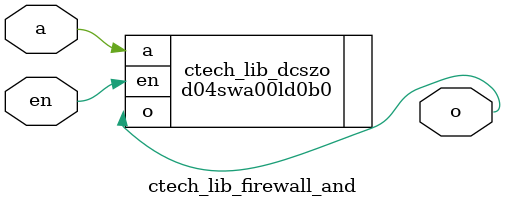
<source format=v>
module ctech_lib_firewall_and (a, en, o);
     input a, en;
     output o;
     d04swa00ld0b0 ctech_lib_dcszo (.a(a),.en(en),.o(o));
endmodule

</source>
